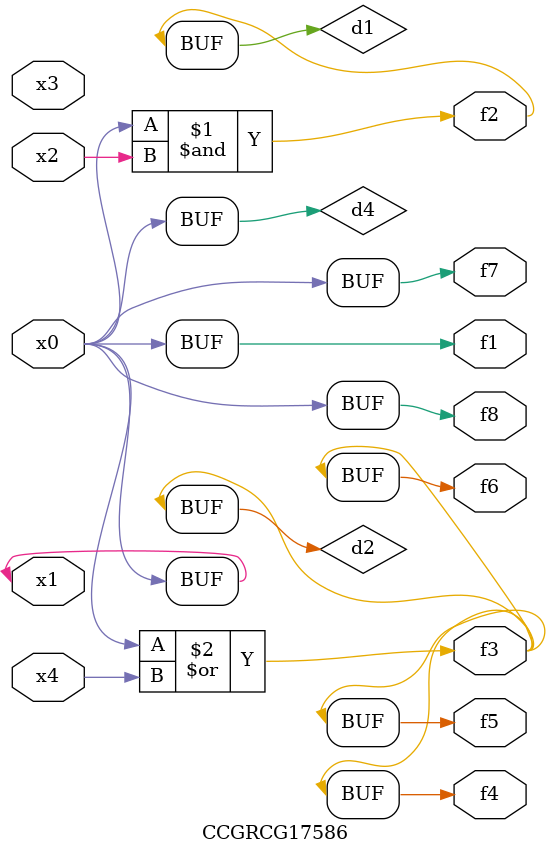
<source format=v>
module CCGRCG17586(
	input x0, x1, x2, x3, x4,
	output f1, f2, f3, f4, f5, f6, f7, f8
);

	wire d1, d2, d3, d4;

	and (d1, x0, x2);
	or (d2, x0, x4);
	nand (d3, x0, x2);
	buf (d4, x0, x1);
	assign f1 = d4;
	assign f2 = d1;
	assign f3 = d2;
	assign f4 = d2;
	assign f5 = d2;
	assign f6 = d2;
	assign f7 = d4;
	assign f8 = d4;
endmodule

</source>
